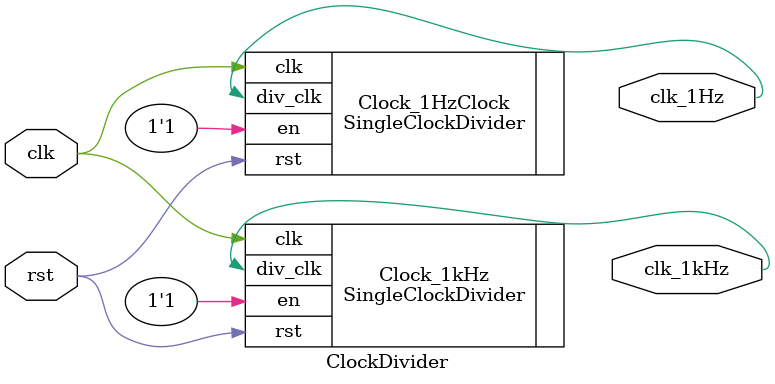
<source format=v>
module ClockDivider(
    input clk, rst,
    output clk_1kHz, clk_1Hz
);

    localparam input_fr = 450000000;
  	localparam output_fr = 1;
  	localparam MAX       = input_fr/output_fr;
  	localparam width_clk     = 28+1;

	localparam input_fr2 = 450000000;
  	localparam output_fr2 = 1000;
  	localparam MAX2       = input_fr/output_fr;
  	localparam width_clk2     = 18+1;

    SingleClockDivider#(.width(width_clk2),.MAX(MAX2)) Clock_1kHz(.clk(clk), .rst(rst), .en(1'b1), .div_clk(clk_1kHz));
    SingleClockDivider#(.width(width_clk),.MAX(MAX)) Clock_1HzClock(.clk(clk), .rst(rst), .en(1'b1), .div_clk(clk_1Hz));

endmodule
</source>
